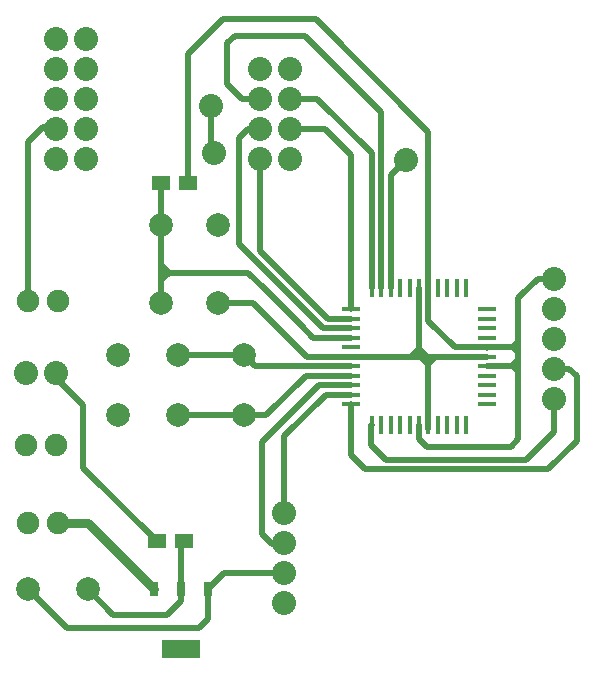
<source format=gtl>
%FSLAX25Y25*%
%MOIN*%
G70*
G01*
G75*
G04 Layer_Physical_Order=1*
G04 Layer_Color=255*
%ADD10R,0.01575X0.05906*%
%ADD11R,0.05906X0.01575*%
%ADD12R,0.06000X0.05000*%
%ADD13R,0.12598X0.05906*%
%ADD14R,0.02756X0.05118*%
%ADD15C,0.02000*%
%ADD16C,0.03000*%
%ADD17C,0.08000*%
%ADD18C,0.07874*%
%ADD19C,0.07480*%
%ADD20C,0.07480*%
%ADD21C,0.07874*%
D10*
X127355Y79097D02*
D03*
X152551D02*
D03*
X149402D02*
D03*
X136803D02*
D03*
X139953D02*
D03*
X146252D02*
D03*
X143103D02*
D03*
X133654D02*
D03*
X130504D02*
D03*
X158851D02*
D03*
X155701D02*
D03*
X127355Y124598D02*
D03*
X152551D02*
D03*
X149402D02*
D03*
X136803D02*
D03*
X139953D02*
D03*
X146252D02*
D03*
X143103D02*
D03*
X133654D02*
D03*
X130504D02*
D03*
X158851D02*
D03*
X155701D02*
D03*
D11*
X165803Y117545D02*
D03*
Y92349D02*
D03*
Y95498D02*
D03*
Y108097D02*
D03*
Y104947D02*
D03*
Y98648D02*
D03*
X165902Y101797D02*
D03*
X165803Y111246D02*
D03*
Y114396D02*
D03*
Y86049D02*
D03*
Y89199D02*
D03*
X120403D02*
D03*
Y86049D02*
D03*
Y114396D02*
D03*
Y111246D02*
D03*
Y101797D02*
D03*
Y98648D02*
D03*
Y104947D02*
D03*
Y108097D02*
D03*
Y95498D02*
D03*
Y92349D02*
D03*
Y117545D02*
D03*
D12*
X57152Y159847D02*
D03*
X66153D02*
D03*
X55652Y40347D02*
D03*
X64653D02*
D03*
D13*
X63652Y4347D02*
D03*
D14*
X54653Y24348D02*
D03*
X63652D02*
D03*
X72653D02*
D03*
D15*
X73652Y185347D02*
X74152D01*
X66153Y159847D02*
Y202848D01*
X77653Y214348D01*
X79153Y192848D02*
X84153Y187847D01*
X79153Y192848D02*
Y206347D01*
X73652Y184847D02*
X74152Y185347D01*
X74652Y168848D02*
Y169848D01*
X73652Y167848D02*
X74652Y168848D01*
X73652Y167848D02*
Y184847D01*
X21653Y178348D02*
X22152Y177848D01*
X17652Y178348D02*
X21653D01*
X12652Y173347D02*
X17652Y178348D01*
X12652Y120347D02*
Y173347D01*
X120403Y69098D02*
X125153Y64347D01*
X78153Y29847D02*
X96638D01*
X188153Y116333D02*
Y117848D01*
X148152Y101248D02*
Y101797D01*
X146252Y99348D02*
X148152Y101248D01*
X143802Y101797D02*
X146252Y99348D01*
Y100897D01*
Y77548D02*
Y99348D01*
X143103Y104348D02*
X145652Y101797D01*
X140653D02*
Y101898D01*
X143103Y104348D01*
Y124598D01*
Y101797D02*
Y104348D01*
X120403Y101797D02*
X165902D01*
X174352Y98648D02*
X176153Y96847D01*
X173953Y98648D02*
X174352D01*
X176153Y74348D02*
Y103348D01*
X173653Y71847D02*
X176153Y74348D01*
X145652Y71847D02*
X173653D01*
X143103Y74397D02*
X145652Y71847D01*
X143103Y74397D02*
Y79097D01*
X186153Y64347D02*
X195652Y73848D01*
X125153Y64347D02*
X186153D01*
X178653Y67348D02*
X188153Y76847D01*
X132152Y67348D02*
X178653D01*
X127153Y72347D02*
X132152Y67348D01*
X155053Y104947D02*
X165803D01*
X146252Y113748D02*
X155053Y104947D01*
X146252Y113748D02*
Y124598D01*
X177153Y122347D02*
X182652Y127848D01*
X176153Y121347D02*
X177153Y122347D01*
X176153Y106547D02*
Y106848D01*
X174553Y104947D02*
X176153Y106547D01*
Y103348D02*
Y121347D01*
X182652Y127848D02*
X188153D01*
X146252Y130848D02*
Y176748D01*
Y124598D02*
Y130848D01*
X176153Y100847D02*
Y103348D01*
X174553Y104947D02*
X176153Y103348D01*
X165803Y104947D02*
X174553D01*
X173953Y98648D02*
X176153Y100847D01*
X170953Y98648D02*
X173953D01*
X165803Y104947D02*
X165902Y104848D01*
X165803Y98648D02*
X170953D01*
X133654Y162349D02*
X138653Y167348D01*
X133654Y124598D02*
Y162349D01*
X108652Y214348D02*
X146252Y176748D01*
X77653Y214348D02*
X108652D01*
X72653Y14347D02*
Y24348D01*
X69652Y11348D02*
X72653Y14347D01*
X25653Y11348D02*
X69652D01*
X12652Y24348D02*
X25653Y11348D01*
X72653Y24348D02*
X78153Y29847D01*
X193152Y97847D02*
X195652Y95347D01*
Y73848D02*
Y95347D01*
X120403Y69098D02*
Y86049D01*
X188153Y97847D02*
X193152D01*
X127153Y78895D02*
X127355Y79097D01*
X127153Y72347D02*
Y78895D01*
X188153Y76847D02*
Y87848D01*
X94152Y39347D02*
X97653D01*
X90653Y42847D02*
X94152Y39347D01*
X90653Y42847D02*
Y73348D01*
X109654Y92349D01*
X98153Y75348D02*
X112004Y89199D01*
X98153Y49847D02*
Y75348D01*
X112004Y89199D02*
X120403D01*
X105303Y95498D02*
X120403D01*
X92153Y82348D02*
X105303Y95498D01*
X62652Y82348D02*
X92153D01*
X97653Y39347D02*
X98153Y39847D01*
X109654Y92349D02*
X120403D01*
X127104Y78847D02*
X127355Y79097D01*
X84153Y187847D02*
X90153D01*
X79153Y206347D02*
X81652Y208847D01*
X105152D01*
X130504Y183496D01*
Y173496D02*
Y183496D01*
Y124598D02*
Y173496D01*
X127355Y124598D02*
Y169646D01*
X109152Y187847D02*
X127355Y169646D01*
X100153Y187847D02*
X109152D01*
X120403Y117545D02*
Y169097D01*
X111653Y177848D02*
X120403Y169097D01*
X100153Y177848D02*
X111653D01*
X90153Y136944D02*
Y167848D01*
Y136944D02*
X112701Y114396D01*
X120403D01*
X86152Y177848D02*
X90153D01*
X83153Y174847D02*
X86152Y177848D01*
X83153Y139348D02*
Y174847D01*
Y139348D02*
X111254Y111246D01*
X120403D01*
X63652Y24348D02*
Y39347D01*
X57152Y132348D02*
X59653Y129848D01*
X57152Y127348D02*
X59653Y129848D01*
X86152D01*
X57152D02*
X59653D01*
X86152D02*
X91653Y124347D01*
X103653Y112347D01*
X87652Y119848D02*
X105702Y101797D01*
X76152Y119848D02*
X87652D01*
X105702Y101797D02*
X120403D01*
X107903Y108097D02*
X120403D01*
X103653Y112347D02*
X107903Y108097D01*
X57152Y145847D02*
Y159847D01*
X22152Y94848D02*
Y96347D01*
Y94848D02*
X31152Y85848D01*
Y64847D02*
Y85848D01*
Y64847D02*
X55652Y40347D01*
X59153Y15847D02*
X63652Y20347D01*
X41153Y15847D02*
X59153D01*
X63652Y39347D02*
X64653Y40347D01*
X32653Y24348D02*
X41153Y15847D01*
X22652Y120347D02*
X23153Y119848D01*
X57152D02*
Y145847D01*
X62652Y102348D02*
X84653D01*
X88352Y98648D01*
X120403D01*
X63652Y20347D02*
Y24348D01*
D16*
X22652Y46347D02*
X32653D01*
X54653Y24348D01*
D17*
X98153Y19848D02*
D03*
Y29847D02*
D03*
Y39847D02*
D03*
Y49847D02*
D03*
X188153Y87848D02*
D03*
Y97847D02*
D03*
Y107847D02*
D03*
Y117848D02*
D03*
Y127848D02*
D03*
X12152Y96347D02*
D03*
X22152D02*
D03*
X32153Y167848D02*
D03*
Y177848D02*
D03*
Y187847D02*
D03*
Y197847D02*
D03*
Y207847D02*
D03*
X22152Y167848D02*
D03*
Y177848D02*
D03*
Y187847D02*
D03*
Y197847D02*
D03*
Y207847D02*
D03*
X90153Y197847D02*
D03*
X100153D02*
D03*
X90153Y187847D02*
D03*
X100153D02*
D03*
X90153Y177848D02*
D03*
X100153D02*
D03*
X90153Y167848D02*
D03*
X100153D02*
D03*
X73652Y185347D02*
D03*
X74652Y169848D02*
D03*
X138653Y167348D02*
D03*
D18*
X57152Y145847D02*
D03*
X76152D02*
D03*
X57152Y119848D02*
D03*
X76152D02*
D03*
X84653Y102348D02*
D03*
D19*
X12652Y120347D02*
D03*
X12152Y72347D02*
D03*
X12652Y46347D02*
D03*
D20*
X22652Y120347D02*
D03*
X22152Y72347D02*
D03*
X22652Y46347D02*
D03*
D21*
X42652Y102348D02*
D03*
X62652D02*
D03*
X84653Y82348D02*
D03*
X42652D02*
D03*
X62652D02*
D03*
X32653Y24348D02*
D03*
X12652D02*
D03*
M02*

</source>
